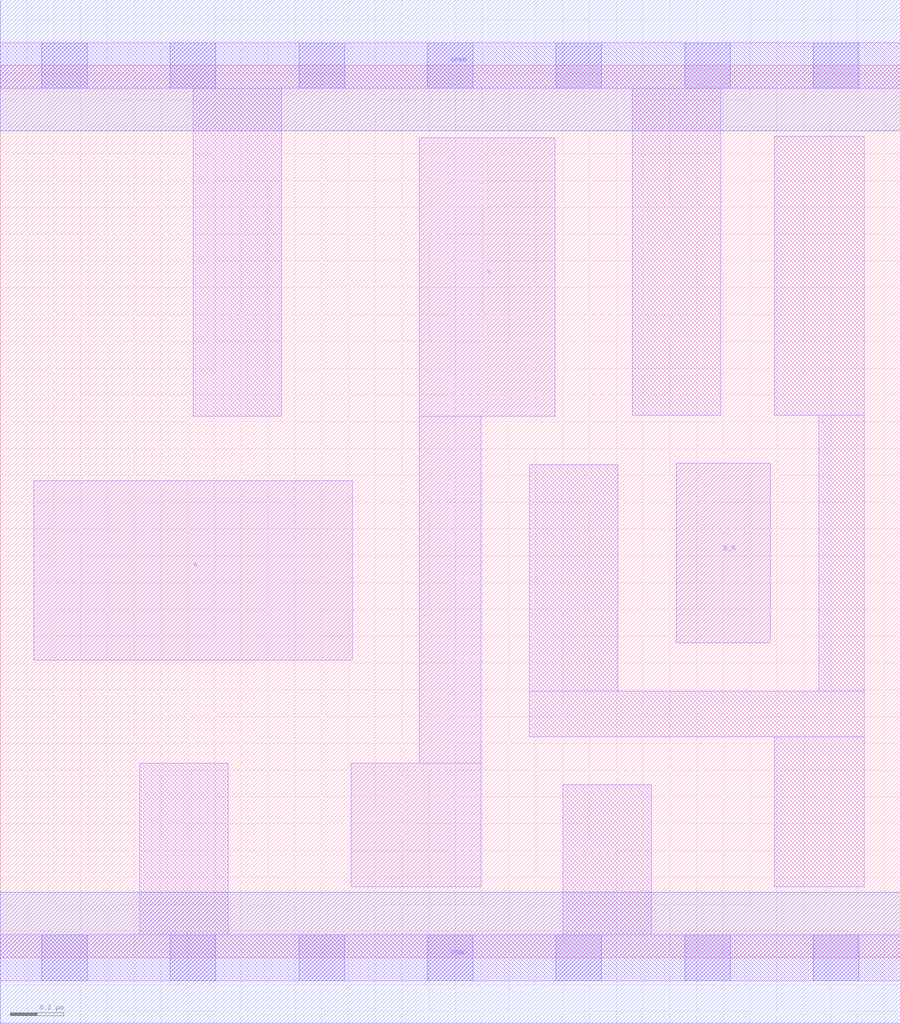
<source format=lef>
# Copyright 2020 The SkyWater PDK Authors
#
# Licensed under the Apache License, Version 2.0 (the "License");
# you may not use this file except in compliance with the License.
# You may obtain a copy of the License at
#
#     https://www.apache.org/licenses/LICENSE-2.0
#
# Unless required by applicable law or agreed to in writing, software
# distributed under the License is distributed on an "AS IS" BASIS,
# WITHOUT WARRANTIES OR CONDITIONS OF ANY KIND, either express or implied.
# See the License for the specific language governing permissions and
# limitations under the License.
#
# SPDX-License-Identifier: Apache-2.0

VERSION 5.7 ;
  NAMESCASESENSITIVE ON ;
  NOWIREEXTENSIONATPIN ON ;
  DIVIDERCHAR "/" ;
  BUSBITCHARS "[]" ;
UNITS
  DATABASE MICRONS 200 ;
END UNITS
MACRO sky130_fd_sc_lp__nor2b_lp
  CLASS CORE ;
  FOREIGN sky130_fd_sc_lp__nor2b_lp ;
  ORIGIN  0.000000  0.000000 ;
  SIZE  3.360000 BY  3.330000 ;
  SYMMETRY X Y R90 ;
  SITE unit ;
  PIN A
    ANTENNAGATEAREA  0.376000 ;
    DIRECTION INPUT ;
    USE SIGNAL ;
    PORT
      LAYER li1 ;
        RECT 0.125000 1.110000 1.315000 1.780000 ;
    END
  END A
  PIN B_N
    ANTENNAGATEAREA  0.376000 ;
    DIRECTION INPUT ;
    USE SIGNAL ;
    PORT
      LAYER li1 ;
        RECT 2.525000 1.175000 2.875000 1.845000 ;
    END
  END B_N
  PIN Y
    ANTENNADIFFAREA  0.402600 ;
    DIRECTION OUTPUT ;
    USE SIGNAL ;
    PORT
      LAYER li1 ;
        RECT 1.310000 0.265000 1.795000 0.725000 ;
        RECT 1.565000 0.725000 1.795000 2.020000 ;
        RECT 1.565000 2.020000 2.070000 3.060000 ;
    END
  END Y
  PIN VGND
    DIRECTION INOUT ;
    USE GROUND ;
    PORT
      LAYER met1 ;
        RECT 0.000000 -0.245000 3.360000 0.245000 ;
    END
  END VGND
  PIN VPWR
    DIRECTION INOUT ;
    USE POWER ;
    PORT
      LAYER met1 ;
        RECT 0.000000 3.085000 3.360000 3.575000 ;
    END
  END VPWR
  OBS
    LAYER li1 ;
      RECT 0.000000 -0.085000 3.360000 0.085000 ;
      RECT 0.000000  3.245000 3.360000 3.415000 ;
      RECT 0.520000  0.085000 0.850000 0.725000 ;
      RECT 0.720000  2.020000 1.050000 3.245000 ;
      RECT 1.975000  0.825000 3.225000 0.995000 ;
      RECT 1.975000  0.995000 2.305000 1.840000 ;
      RECT 2.100000  0.085000 2.430000 0.645000 ;
      RECT 2.360000  2.025000 2.690000 3.245000 ;
      RECT 2.890000  0.265000 3.225000 0.825000 ;
      RECT 2.890000  2.025000 3.225000 3.065000 ;
      RECT 3.055000  0.995000 3.225000 2.025000 ;
    LAYER mcon ;
      RECT 0.155000 -0.085000 0.325000 0.085000 ;
      RECT 0.155000  3.245000 0.325000 3.415000 ;
      RECT 0.635000 -0.085000 0.805000 0.085000 ;
      RECT 0.635000  3.245000 0.805000 3.415000 ;
      RECT 1.115000 -0.085000 1.285000 0.085000 ;
      RECT 1.115000  3.245000 1.285000 3.415000 ;
      RECT 1.595000 -0.085000 1.765000 0.085000 ;
      RECT 1.595000  3.245000 1.765000 3.415000 ;
      RECT 2.075000 -0.085000 2.245000 0.085000 ;
      RECT 2.075000  3.245000 2.245000 3.415000 ;
      RECT 2.555000 -0.085000 2.725000 0.085000 ;
      RECT 2.555000  3.245000 2.725000 3.415000 ;
      RECT 3.035000 -0.085000 3.205000 0.085000 ;
      RECT 3.035000  3.245000 3.205000 3.415000 ;
  END
END sky130_fd_sc_lp__nor2b_lp
END LIBRARY

</source>
